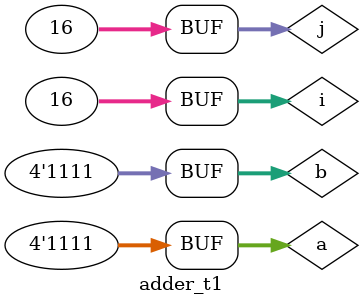
<source format=v>
`timescale 1ns/1ns
module adder_t1;
	reg [3:0]a,b;
	wire c;
	wire [3:0]s;

adder U1(
	.A(a),
	.B(b),
	.C(c),
	.Sum(s)
	);

integer i,j;

initial begin
	a = 0; b = 0; 
end

initial begin
	for(i = 0; i < 16; i = i + 1)
		for(j = 0; j < 16; j = j + 1) begin
		# 100 a = i; b = j;
		end
	# 100 ;
end

initial begin
	$monitor("%d + %d = %d   %d", a,b,s,c);
end

endmodule


</source>
